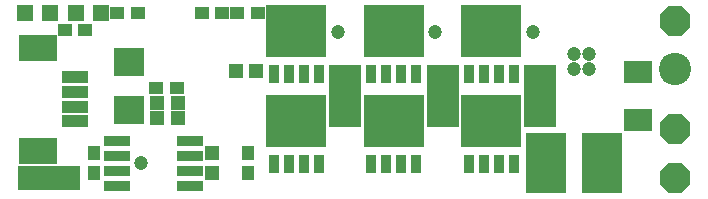
<source format=gbr>
G04 --- HEADER BEGIN --- *
%TF.GenerationSoftware,LibrePCB,LibrePCB,0.1.1-unstable*%
%TF.CreationDate,2019-06-09T12:53:25*%
%TF.ProjectId,Brushless Controller - default,345039e0-aa20-4574-aecf-6ad16ab42204,v1*%
%TF.Part,Single*%
%FSLAX66Y66*%
%MOMM*%
G01*
G74*
G04 --- HEADER END --- *
G04 --- APERTURE LIST BEGIN --- *
%ADD10R,1.4X1.4*%
%ADD11R,1.15X1.05*%
%ADD12R,2.232X0.8604*%
%ADD13R,5.28X2.0288*%
%ADD14R,2.6X2.4*%
%ADD15R,2.36X1.98*%
%ADD16R,3.4X5.2*%
%ADD17R,2.74X5.28*%
%ADD18R,0.9X1.6*%
%ADD19R,5.2X4.5*%
%ADD20R,1.05X1.15*%
%ADD21P,2.74X8X22.5*%
%ADD22R,1.3X1.2*%
%ADD23R,2.2X1.0*%
%ADD24R,3.2X2.3*%
%ADD25R,1.2X1.3*%
%ADD26P,2.74X8X292.5*%
%ADD27C,2.74*%
%ADD28C,1.2*%
G04 --- APERTURE LIST END --- *
G04 --- BOARD BEGIN --- *
D10*
X7558750Y15557500D03*
X5458750Y15557500D03*
D11*
X8967500Y15557500D03*
X10717500Y15557500D03*
D12*
X15138400Y952500D03*
X8991600Y2222500D03*
X8991600Y952500D03*
X15138400Y3492500D03*
X8991600Y3492500D03*
X8991600Y4762500D03*
X15138400Y4762500D03*
X15138400Y2222500D03*
D11*
X13998334Y9207500D03*
X12248334Y9207500D03*
D13*
X3175000Y1587500D03*
D14*
X10001250Y11416250D03*
X10001250Y7316250D03*
D15*
X53022500Y10602500D03*
X53022500Y6532500D03*
D16*
X49987200Y2857500D03*
X45262800Y2857500D03*
D11*
X17861250Y15557500D03*
X16111250Y15557500D03*
D17*
X44767500Y8572500D03*
D11*
X20877500Y15557500D03*
X19127500Y15557500D03*
D18*
X38735000Y10367500D03*
X42545000Y10367500D03*
D19*
X40640000Y14017500D03*
D18*
X41275000Y10367500D03*
X40005000Y10367500D03*
D10*
X1172500Y15557500D03*
X3272500Y15557500D03*
D20*
X20002500Y1982500D03*
X20002500Y3732500D03*
D21*
X56197500Y1587500D03*
D18*
X38735000Y2747500D03*
X42545000Y2747500D03*
D19*
X40640000Y6397500D03*
D18*
X41275000Y2747500D03*
X40005000Y2747500D03*
D21*
X56197500Y14922500D03*
D18*
X22225000Y10367500D03*
X26035000Y10367500D03*
D19*
X24130000Y14017500D03*
D18*
X24765000Y10367500D03*
X23495000Y10367500D03*
D22*
X12379166Y6667500D03*
X14079166Y6667500D03*
D23*
X5357500Y8880000D03*
X5357500Y7630000D03*
D24*
X2232500Y12630000D03*
X2232500Y3880000D03*
D23*
X5357500Y10130000D03*
X5357500Y6380000D03*
D11*
X4522500Y14128750D03*
X6272500Y14128750D03*
D22*
X12379166Y7937500D03*
X14079166Y7937500D03*
D18*
X22225000Y2747500D03*
X26035000Y2747500D03*
D19*
X24130000Y6397500D03*
D18*
X24765000Y2747500D03*
X23495000Y2747500D03*
D17*
X36512500Y8572500D03*
D25*
X16986250Y3707500D03*
X16986250Y2007500D03*
D20*
X6985000Y3732500D03*
X6985000Y1982500D03*
D17*
X28257500Y8572500D03*
D22*
X20693750Y10636250D03*
X18993750Y10636250D03*
D18*
X30480000Y2747500D03*
X34290000Y2747500D03*
D19*
X32385000Y6397500D03*
D18*
X33020000Y2747500D03*
X31750000Y2747500D03*
X30480000Y10367500D03*
X34290000Y10367500D03*
D19*
X32385000Y14017500D03*
D18*
X33020000Y10367500D03*
X31750000Y10367500D03*
D26*
X56197500Y5715000D03*
D27*
X56197500Y10795000D03*
D28*
X48895000Y10795000D03*
X47625000Y10795000D03*
X47625000Y12065000D03*
X48895000Y12065000D03*
X44132500Y13970000D03*
X10953750Y2857500D03*
X27622500Y13970000D03*
X35877500Y13970000D03*
G04 --- BOARD END --- *
%TF.MD5,37ba848b8971f888f46c13e7293c1784*%
M02*

</source>
